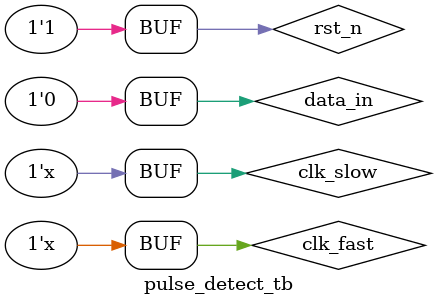
<source format=v>
`timescale 1ns/1ns

module pulse_detect_tb();

reg clk_fast;
reg clk_slow;
reg rst_n;
reg data_in;
wire dataout;

pulse_detect dut(
.clk_fast(clk_fast),
.clk_slow(clk_slow),
.rst_n(rst_n),
.data_in(data_in),
.dataout(dataout)
);

initial begin
clk_fast = 0;
clk_slow = 0;
rst_n = 0;
data_in = 0;

#10 rst_n = 1;
end
// generate clock
always 
begin
#5 clk_fast = ~clk_fast;
end
always begin
#50 clk_slow = ~clk_slow;
end
// apply input pulses
initial begin
#60 data_in = 1;
#10 data_in = 0;
#300;
end





always @(posedge clk_slow) begin
$monitor("data_in = %b, dataout = %b", data_in, dataout);
end

endmodule
</source>
